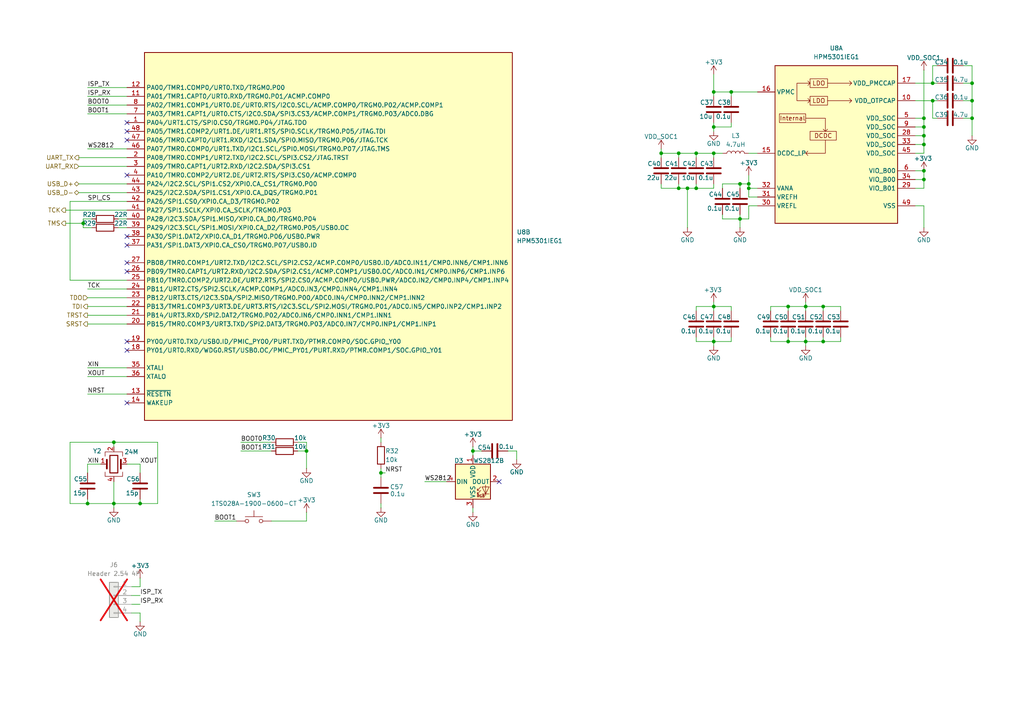
<source format=kicad_sch>
(kicad_sch (version 20231120) (generator "eeschema") (generator_version "8.0")
  (paper "A4")
  (lib_symbols
    (symbol "Connector_Generic:Conn_01x04" (pin_names (offset 1.016) hide)
      (property "Reference" "J" (at 0 5.08 0))
      (property "Value" "Conn_01x04" (at 0 -7.62 0))
      (symbol "Conn_01x04_1_1"
        (rectangle (start -1.27 -4.953) (end 0 -5.207) (stroke (width 0.1524)))
        (rectangle (start -1.27 -2.413) (end 0 -2.667) (stroke (width 0.1524)))
        (rectangle (start -1.27 0.127) (end 0 -0.127) (stroke (width 0.1524)))
        (rectangle (start -1.27 2.667) (end 0 2.413) (stroke (width 0.1524)))
        (rectangle (start -1.27 3.81) (end 1.27 -6.35) (stroke (width 0.254)) (fill (type background)))
        (pin passive line (at -5.08 2.54 0) (length 3.81) (name "Pin_1") (number "1"))
        (pin passive line (at -5.08 0 0) (length 3.81) (name "Pin_2") (number "2"))
        (pin passive line (at -5.08 -2.54 0) (length 3.81) (name "Pin_3") (number "3"))
        (pin passive line (at -5.08 -5.08 0) (length 3.81) (name "Pin_4") (number "4"))
      )
    )
    (symbol "Device:C" (pin_numbers hide) (pin_names (offset 0.254))
      (property "Reference" "C" (at 0.635 2.54 0))
      (property "Value" "C" (at 0.635 -2.54 0))
      (symbol "C_0_1"
        (polyline (pts (xy -2.032 -0.762) (xy 2.032 -0.762)) (stroke (width 0.508)))
        (polyline (pts (xy -2.032 0.762) (xy 2.032 0.762)) (stroke (width 0.508)))
      )
      (symbol "C_1_1"
        (pin passive line (at 0 3.81 270) (length 2.794) (name "~") (number "1"))
        (pin passive line (at 0 -3.81 90) (length 2.794) (name "~") (number "2"))
      )
    )
    (symbol "Device:Crystal_GND24" (pin_names (offset 1.016) hide)
      (property "Reference" "Y" (at 3.175 5.08 0))
      (property "Value" "Crystal_GND24" (at 3.175 3.175 0))
      (symbol "Crystal_GND24_0_1"
        (rectangle (start -1.143 2.54) (end 1.143 -2.54) (stroke (width 0.3048)))
        (polyline (pts (xy -2.54 0) (xy -2.032 0)))
        (polyline (pts (xy -2.032 -1.27) (xy -2.032 1.27)) (stroke (width 0.508)))
        (polyline (pts (xy 0 -3.81) (xy 0 -3.556)))
        (polyline (pts (xy 0 3.556) (xy 0 3.81)))
        (polyline (pts (xy 2.032 -1.27) (xy 2.032 1.27)) (stroke (width 0.508)))
        (polyline (pts (xy 2.032 0) (xy 2.54 0)))
        (polyline (pts (xy -2.54 -2.286) (xy -2.54 -3.556) (xy 2.54 -3.556) (xy 2.54 -2.286)))
        (polyline (pts (xy -2.54 2.286) (xy -2.54 3.556) (xy 2.54 3.556) (xy 2.54 2.286)))
      )
      (symbol "Crystal_GND24_1_1"
        (pin passive line (at -3.81 0 0) (length 1.27) (name "1") (number "1"))
        (pin passive line (at 0 5.08 270) (length 1.27) (name "2") (number "2"))
        (pin passive line (at 3.81 0 180) (length 1.27) (name "3") (number "3"))
        (pin passive line (at 0 -5.08 90) (length 1.27) (name "4") (number "4"))
      )
    )
    (symbol "Device:L" (pin_numbers hide) (pin_names (offset 1.016) hide)
      (property "Reference" "L" (at -1.27 0 90))
      (property "Value" "L" (at 1.905 0 90))
      (symbol "L_0_1"
        (arc (start 0 -2.54) (mid 0.6323 -1.905) (end 0 -1.27))
        (arc (start 0 -1.27) (mid 0.6323 -0.635) (end 0 0))
        (arc (start 0 0) (mid 0.6323 0.635) (end 0 1.27))
        (arc (start 0 1.27) (mid 0.6323 1.905) (end 0 2.54))
      )
      (symbol "L_1_1"
        (pin passive line (at 0 3.81 270) (length 1.27) (name "1") (number "1"))
        (pin passive line (at 0 -3.81 90) (length 1.27) (name "2") (number "2"))
      )
    )
    (symbol "Device:R" (pin_numbers hide) (pin_names (offset 0))
      (property "Reference" "R" (at 2.032 0 90))
      (property "Value" "R" (at 0 0 90))
      (symbol "R_0_1"
        (rectangle (start -1.016 -2.54) (end 1.016 2.54) (stroke (width 0.254)))
      )
      (symbol "R_1_1"
        (pin passive line (at 0 3.81 270) (length 1.27) (name "~") (number "1"))
        (pin passive line (at 0 -3.81 90) (length 1.27) (name "~") (number "2"))
      )
    )
    (symbol "HPM5300_Library:HPM5301IEG1"
      (property "Reference" "U" (at -39.624 54.356 0))
      (property "Value" "HPM5301IEG1" (at -25.654 54.356 0))
      (symbol "HPM5301IEG1_1_0"
        (pin power_in line (at 22.86 -17.78 180) (length 5.08) (name "VSS") (number "49"))
      )
      (symbol "HPM5301IEG1_1_1"
        (rectangle (start -17.78 22.86) (end 17.78 -22.86) (stroke (width 0.254)) (fill (type background)))
        (rectangle (start -16.51 8.89) (end -8.89 6.35))
        (rectangle (start -7.62 3.81) (end 0 1.27))
        (rectangle (start -7.62 13.97) (end -2.54 11.43))
        (rectangle (start -7.62 19.05) (end -2.54 16.51))
        (polyline (pts (xy -7.62 12.7) (xy -8.255 12.065)))
        (polyline (pts (xy -7.62 12.7) (xy -8.255 13.335)))
        (polyline (pts (xy -7.62 17.78) (xy -8.255 17.145)))
        (polyline (pts (xy -7.62 17.78) (xy -8.255 18.415)))
        (polyline (pts (xy -2.54 17.78) (xy 4.445 17.78)))
        (polyline (pts (xy 4.445 12.7) (xy -2.54 12.7)))
        (polyline (pts (xy 4.445 12.7) (xy 3.81 12.065)))
        (polyline (pts (xy 4.445 12.7) (xy 3.81 13.335)))
        (polyline (pts (xy 4.445 17.78) (xy 3.81 17.145)))
        (polyline (pts (xy 4.445 17.78) (xy 3.81 18.415)))
        (polyline (pts (xy -7.62 17.78) (xy -11.43 17.78) (xy -11.43 12.7) (xy -7.62 12.7)))
        (polyline (pts (xy -8.89 7.62) (xy -3.175 7.62) (xy -3.175 3.81) (xy -3.81 4.445) (xy -3.175 3.81) (xy -2.54 4.445)))
        (polyline (pts (xy -3.175 1.27) (xy -3.175 -2.54) (xy -8.89 -2.54) (xy -8.255 -1.905) (xy -8.89 -2.54) (xy -8.255 -3.175)))
        (text "DCDC" (at -3.81 2.54 0) (effects (font (size 1.27 1.27))))
        (text "Internal" (at -12.7 7.62 0) (effects (font (size 1.27 1.27))))
        (text "LDO" (at -5.08 12.7 0) (effects (font (size 1.27 1.27))))
        (text "LDO" (at -5.08 17.78 0) (effects (font (size 1.27 1.27))))
        (pin power_out line (at 22.86 12.7 180) (length 5.08) (name "VDD_OTPCAP") (number "10"))
        (pin power_in line (at -22.86 -2.54 0) (length 5.08) (name "DCDC_LP") (number "15"))
        (pin power_in line (at -22.86 15.24 0) (length 5.08) (name "VPMC") (number "16"))
        (pin power_out line (at 22.86 17.78 180) (length 5.08) (name "VDD_PMCCAP") (number "17"))
        (pin power_in line (at 22.86 2.54 180) (length 5.08) (name "VDD_SOC") (number "28"))
        (pin power_in line (at 22.86 -12.7 180) (length 5.08) (name "VIO_B01") (number "29"))
        (pin power_in line (at -22.86 -17.78 0) (length 5.08) (name "VREFL") (number "30"))
        (pin power_in line (at -22.86 -15.24 0) (length 5.08) (name "VREFH") (number "31"))
        (pin power_in line (at -22.86 -12.7 0) (length 5.08) (name "VANA") (number "32"))
        (pin power_in line (at 22.86 0 180) (length 5.08) (name "VDD_SOC") (number "33"))
        (pin power_in line (at 22.86 -10.16 180) (length 5.08) (name "VIO_B00") (number "34"))
        (pin power_in line (at 22.86 -2.54 180) (length 5.08) (name "VDD_SOC") (number "45"))
        (pin power_in line (at 22.86 7.62 180) (length 5.08) (name "VDD_SOC") (number "5"))
        (pin power_in line (at 22.86 -7.62 180) (length 5.08) (name "VIO_B00") (number "6"))
        (pin power_in line (at 22.86 5.08 180) (length 5.08) (name "VDD_SOC") (number "9"))
      )
      (symbol "HPM5301IEG1_2_1"
        (rectangle (start -53.34 53.34) (end 53.34 -53.34) (stroke (width 0.254)) (fill (type background)))
        (pin bidirectional line (at -58.42 33.02 0) (length 5.08) (name "PA04/URT1.CTS/SPI0.CS0/TRGM0.P04/JTAG.TDO") (number "1"))
        (pin bidirectional line (at -58.42 40.64 0) (length 5.08) (name "PA01/TMR1.CAPT0/URT0.RXD/TRGM0.P01/ACMP.COMP0") (number "11"))
        (pin bidirectional line (at -58.42 43.18 0) (length 5.08) (name "PA00/TMR1.COMP0/URT0.TXD/TRGM0.P00") (number "12"))
        (pin input line (at -58.42 -45.72 0) (length 5.08) (name "~{RESETN}") (number "13"))
        (pin input line (at -58.42 -48.26 0) (length 5.08) (name "WAKEUP") (number "14"))
        (pin bidirectional line (at -58.42 -33.02 0) (length 5.08) (name "PY01/URT0.RXD/WDG0.RST/USB0.OC/PMIC_PY01/PURT.RXD/PTMR.COMP1/SOC.GPIO_Y01") (number "18"))
        (pin bidirectional line (at -58.42 -30.48 0) (length 5.08) (name "PY00/URT0.TXD/USB0.ID/PMIC_PY00/PURT.TXD/PTMR.COMP0/SOC.GPIO_Y00") (number "19"))
        (pin bidirectional line (at -58.42 22.86 0) (length 5.08) (name "PA08/TMR0.COMP1/URT2.TXD/I2C2.SCL/SPI3.CS2/JTAG.TRST") (number "2"))
        (pin bidirectional line (at -58.42 -25.4 0) (length 5.08) (name "PB15/TMR0.COMP3/URT3.TXD/SPI2.DAT3/TRGM0.P03/ADC0.IN7/CMP0.INP1/CMP1.INP1") (number "20"))
        (pin bidirectional line (at -58.42 -22.86 0) (length 5.08) (name "PB14/URT3.RXD/SPI2.DAT2/TRGM0.P02/ADC0.IN6/CMP0.INN1/CMP1.INN1") (number "21"))
        (pin bidirectional line (at -58.42 -20.32 0) (length 5.08) (name "PB13/TMR1.COMP3/URT3.DE/URT3.RTS/I2C3.SCL/SPI2.MOSI/TRGM0.P01/ADC0.IN5/CMP0.INP2/CMP1.INP2") (number "22"))
        (pin bidirectional line (at -58.42 -17.78 0) (length 5.08) (name "PB12/URT3.CTS/I2C3.SDA/SPI2.MISO/TRGM0.P00/ADC0.IN4/CMP0.INN2/CMP1.INN2") (number "23"))
        (pin bidirectional line (at -58.42 -15.24 0) (length 5.08) (name "PB11/URT2.CTS/SPI2.SCLK/ACMP.COMP1/ADC0.IN3/CMP0.INN4/CMP1.INN4") (number "24"))
        (pin bidirectional line (at -58.42 -12.7 0) (length 5.08) (name "PB10/TMR0.COMP2/URT2.DE/URT2.RTS/SPI2.CS0/ACMP.COMP0/USB0.PWR/ADC0.IN2/CMP0.INP4/CMP1.INP4") (number "25"))
        (pin bidirectional line (at -58.42 -10.16 0) (length 5.08) (name "PB09/TMR0.CAPT1/URT2.RXD/I2C2.SDA/SPI2.CS1/ACMP.COMP1/USB0.OC/ADC0.IN1/CMP0.INP6/CMP1.INP6") (number "26"))
        (pin bidirectional line (at -58.42 -7.62 0) (length 5.08) (name "PB08/TMR0.COMP1/URT2.TXD/I2C2.SCL/SPI2.CS2/ACMP.COMP0/USB0.ID/ADC0.IN11/CMP0.INN6/CMP1.INN6") (number "27"))
        (pin bidirectional line (at -58.42 20.32 0) (length 5.08) (name "PA09/TMR0.CAPT1/URT2.RXD/I2C2.SDA/SPI3.CS1") (number "3"))
        (pin input line (at -58.42 -38.1 0) (length 5.08) (name "XTALI") (number "35"))
        (pin output line (at -58.42 -40.64 0) (length 5.08) (name "XTALO") (number "36"))
        (pin bidirectional line (at -58.42 -2.54 0) (length 5.08) (name "PA31/SPI1.DAT3/XPI0.CA_CS0/TRGM0.P07/USB0.ID") (number "37"))
        (pin bidirectional line (at -58.42 0 0) (length 5.08) (name "PA30/SPI1.DAT2/XPI0.CA_D1/TRGM0.P06/USB0.PWR") (number "38"))
        (pin bidirectional line (at -58.42 2.54 0) (length 5.08) (name "PA29/I2C3.SCL/SPI1.MOSI/XPI0.CA_D2/TRGM0.P05/USB0.OC") (number "39"))
        (pin bidirectional line (at -58.42 17.78 0) (length 5.08) (name "PA10/TMR0.COMP2/URT2.DE/URT2.RTS/SPI3.CS0/ACMP.COMP0") (number "4"))
        (pin bidirectional line (at -58.42 5.08 0) (length 5.08) (name "PA28/I2C3.SDA/SPI1.MISO/XPI0.CA_D0/TRGM0.P04") (number "40"))
        (pin bidirectional line (at -58.42 7.62 0) (length 5.08) (name "PA27/SPI1.SCLK/XPI0.CA_SCLK/TRGM0.P03") (number "41"))
        (pin bidirectional line (at -58.42 10.16 0) (length 5.08) (name "PA26/SPI1.CS0/XPI0.CA_D3/TRGM0.P02") (number "42"))
        (pin bidirectional line (at -58.42 12.7 0) (length 5.08) (name "PA25/I2C2.SDA/SPI1.CS1/XPI0.CA_DQS/TRGM0.P01") (number "43"))
        (pin bidirectional line (at -58.42 15.24 0) (length 5.08) (name "PA24/I2C2.SCL/SPI1.CS2/XPI0.CA_CS1/TRGM0.P00") (number "44"))
        (pin bidirectional line (at -58.42 25.4 0) (length 5.08) (name "PA07/TMR0.COMP0/URT1.TXD/I2C1.SCL/SPI0.MOSI/TRGM0.P07/JTAG.TMS") (number "46"))
        (pin bidirectional line (at -58.42 27.94 0) (length 5.08) (name "PA06/TMR0.CAPT0/URT1.RXD/I2C1.SDA/SPI0.MISO/TRGM0.P06/JTAG.TCK") (number "47"))
        (pin bidirectional line (at -58.42 30.48 0) (length 5.08) (name "PA05/TMR1.COMP2/URT1.DE/URT1.RTS/SPI0.SCLK/TRGM0.P05/JTAG.TDI") (number "48"))
        (pin bidirectional line (at -58.42 35.56 0) (length 5.08) (name "PA03/TMR1.CAPT1/URT0.CTS/I2C0.SDA/SPI3.CS3/ACMP.COMP1/TRGM0.P03/ADC0.DBG") (number "7"))
        (pin bidirectional line (at -58.42 38.1 0) (length 5.08) (name "PA02/TMR1.COMP1/URT0.DE/URT0.RTS/I2C0.SCL/ACMP.COMP0/TRGM0.P02/ACMP.COMP1") (number "8"))
      )
    )
    (symbol "LED:WS2812B" (pin_names (offset 0.254))
      (property "Reference" "D" (at 5.08 5.715 0))
      (property "Value" "WS2812B" (at 1.27 -5.715 0))
      (symbol "WS2812B_0_0"
        (text "RGB" (at 2.286 -4.191 0) (effects (font (size 0.762 0.762))))
      )
      (symbol "WS2812B_0_1"
        (polyline (pts (xy 1.27 -3.556) (xy 1.778 -3.556)))
        (polyline (pts (xy 1.27 -2.54) (xy 1.778 -2.54)))
        (polyline (pts (xy 4.699 -3.556) (xy 2.667 -3.556)))
        (polyline (pts (xy 2.286 -2.54) (xy 1.27 -3.556) (xy 1.27 -3.048)))
        (polyline (pts (xy 2.286 -1.524) (xy 1.27 -2.54) (xy 1.27 -2.032)))
        (polyline (pts (xy 3.683 -1.016) (xy 3.683 -3.556) (xy 3.683 -4.064)))
        (polyline (pts (xy 4.699 -1.524) (xy 2.667 -1.524) (xy 3.683 -3.556) (xy 4.699 -1.524)))
        (rectangle (start 5.08 5.08) (end -5.08 -5.08) (stroke (width 0.254)) (fill (type background)))
      )
      (symbol "WS2812B_1_1"
        (pin power_in line (at 0 7.62 270) (length 2.54) (name "VDD") (number "1"))
        (pin output line (at 7.62 0 180) (length 2.54) (name "DOUT") (number "2"))
        (pin power_in line (at 0 -7.62 90) (length 2.54) (name "VSS") (number "3"))
        (pin input line (at -7.62 0 0) (length 2.54) (name "DIN") (number "4"))
      )
    )
    (symbol "Switch:SW_Push" (pin_numbers hide) (pin_names (offset 1.016) hide)
      (property "Reference" "SW" (at 1.27 2.54 0))
      (property "Value" "SW_Push" (at 0 -1.524 0))
      (symbol "SW_Push_0_1"
        (circle (center -2.032 0) (radius 0.508))
        (polyline (pts (xy 0 1.27) (xy 0 3.048)))
        (polyline (pts (xy 2.54 1.27) (xy -2.54 1.27)))
        (circle (center 2.032 0) (radius 0.508))
        (pin passive line (at -5.08 0 0) (length 2.54) (name "1") (number "1"))
        (pin passive line (at 5.08 0 180) (length 2.54) (name "2") (number "2"))
      )
    )
    (symbol "power:+3V3" (power) (pin_numbers hide) (pin_names (offset 0) hide)
      (property "Value" "+3V3" (at 0 3.556 0))
      (symbol "+3V3_0_1"
        (polyline (pts (xy -0.762 1.27) (xy 0 2.54)))
        (polyline (pts (xy 0 0) (xy 0 2.54)))
        (polyline (pts (xy 0 2.54) (xy 0.762 1.27)))
      )
      (symbol "+3V3_1_1"
        (pin power_in line (at 0 0 90) (length 0) (name "~") (number "1"))
      )
    )
    (symbol "power:GND" (power) (pin_numbers hide) (pin_names (offset 0) hide)
      (property "Value" "GND" (at 0 -3.81 0))
      (symbol "GND_0_1"
        (polyline (pts (xy 0 0) (xy 0 -1.27) (xy 1.27 -1.27) (xy 0 -2.54) (xy -1.27 -1.27) (xy 0 -1.27)))
      )
      (symbol "GND_1_1"
        (pin power_in line (at 0 0 270) (length 0) (name "~") (number "1"))
      )
    )
    (symbol "power:VDD" (power) (pin_numbers hide) (pin_names (offset 0) hide)
      (property "Value" "VDD" (at 0 3.556 0))
      (symbol "VDD_0_1"
        (polyline (pts (xy -0.762 1.27) (xy 0 2.54)))
        (polyline (pts (xy 0 0) (xy 0 2.54)))
        (polyline (pts (xy 0 2.54) (xy 0.762 1.27)))
      )
      (symbol "VDD_1_1"
        (pin power_in line (at 0 0 90) (length 0) (name "~") (number "1"))
      )
    )
  )
  (junction (at 228.6 99.06))
  (junction (at 267.97 49.53))
  (junction (at 191.77 44.45))
  (junction (at 207.01 44.45))
  (junction (at 270.51 29.21))
  (junction (at 196.85 54.61))
  (junction (at 267.97 36.83))
  (junction (at 137.16 130.81))
  (junction (at 212.09 26.67))
  (junction (at 214.63 53.34))
  (junction (at 207.01 88.9))
  (junction (at 196.85 44.45))
  (junction (at 25.4 146.05))
  (junction (at 201.93 44.45))
  (junction (at 201.93 54.61))
  (junction (at 88.9 130.81))
  (junction (at 267.97 34.29))
  (junction (at 233.68 99.06))
  (junction (at 267.97 39.37))
  (junction (at 207.01 99.06))
  (junction (at 238.76 88.9))
  (junction (at 217.17 54.61))
  (junction (at 281.94 34.29))
  (junction (at 281.94 24.13))
  (junction (at 270.51 24.13))
  (junction (at 228.6 88.9))
  (junction (at 33.02 128.27))
  (junction (at 24.13 64.77))
  (junction (at 207.01 26.67))
  (junction (at 110.49 137.16))
  (junction (at 267.97 41.91))
  (junction (at 217.17 53.34))
  (junction (at 238.76 99.06))
  (junction (at 207.01 36.83))
  (junction (at 267.97 52.07))
  (junction (at 33.02 146.05))
  (junction (at 40.64 146.05))
  (junction (at 233.68 88.9))
  (junction (at 281.94 29.21))
  (junction (at 199.39 54.61))
  (junction (at 214.63 63.5))
  (no_connect (at 36.83 35.56))
  (no_connect (at 36.83 99.06))
  (no_connect (at 36.83 68.58))
  (no_connect (at 36.83 116.84))
  (no_connect (at 36.83 71.12))
  (no_connect (at 36.83 101.6))
  (no_connect (at 36.83 50.8))
  (no_connect (at 36.83 38.1))
  (no_connect (at 36.83 40.64))
  (no_connect (at 36.83 76.2))
  (no_connect (at 144.78 139.7))
  (no_connect (at 36.83 78.74))
  (wire (pts (xy 223.52 90.17) (xy 223.52 88.9)))
  (wire (pts (xy 279.4 34.29) (xy 281.94 34.29)))
  (wire (pts (xy 212.09 26.67) (xy 212.09 27.94)))
  (wire (pts (xy 24.13 66.04) (xy 24.13 64.77)))
  (wire (pts (xy 20.32 81.28) (xy 36.83 81.28)))
  (wire (pts (xy 36.83 134.62) (xy 40.64 134.62)))
  (wire (pts (xy 217.17 59.69) (xy 217.17 63.5)))
  (wire (pts (xy 38.1 172.72) (xy 40.64 172.72)))
  (wire (pts (xy 201.93 99.06) (xy 207.01 99.06)))
  (wire (pts (xy 25.4 88.9) (xy 36.83 88.9)))
  (wire (pts (xy 25.4 91.44) (xy 36.83 91.44)))
  (wire (pts (xy 267.97 49.53) (xy 267.97 52.07)))
  (wire (pts (xy 243.84 99.06) (xy 243.84 97.79)))
  (wire (pts (xy 209.55 62.23) (xy 209.55 63.5)))
  (wire (pts (xy 270.51 24.13) (xy 271.78 24.13)))
  (wire (pts (xy 267.97 52.07) (xy 267.97 54.61)))
  (wire (pts (xy 267.97 39.37) (xy 267.97 41.91)))
  (wire (pts (xy 212.09 88.9) (xy 212.09 90.17)))
  (wire (pts (xy 33.02 139.7) (xy 33.02 146.05)))
  (wire (pts (xy 34.29 66.04) (xy 36.83 66.04)))
  (wire (pts (xy 207.01 44.45) (xy 209.55 44.45)))
  (wire (pts (xy 219.71 59.69) (xy 217.17 59.69)))
  (wire (pts (xy 207.01 21.59) (xy 207.01 26.67)))
  (wire (pts (xy 45.72 128.27) (xy 45.72 146.05)))
  (wire (pts (xy 40.64 146.05) (xy 40.64 144.78)))
  (wire (pts (xy 265.43 41.91) (xy 267.97 41.91)))
  (wire (pts (xy 201.93 44.45) (xy 201.93 45.72)))
  (wire (pts (xy 137.16 130.81) (xy 139.7 130.81)))
  (wire (pts (xy 26.67 66.04) (xy 24.13 66.04)))
  (wire (pts (xy 25.4 146.05) (xy 25.4 144.78)))
  (wire (pts (xy 212.09 99.06) (xy 212.09 97.79)))
  (wire (pts (xy 62.23 151.13) (xy 68.58 151.13)))
  (wire (pts (xy 214.63 63.5) (xy 214.63 66.04)))
  (wire (pts (xy 265.43 52.07) (xy 267.97 52.07)))
  (wire (pts (xy 25.4 146.05) (xy 33.02 146.05)))
  (wire (pts (xy 110.49 137.16) (xy 110.49 138.43)))
  (wire (pts (xy 24.13 63.5) (xy 26.67 63.5)))
  (wire (pts (xy 40.64 167.64) (xy 40.64 170.18)))
  (wire (pts (xy 207.01 54.61) (xy 201.93 54.61)))
  (wire (pts (xy 228.6 88.9) (xy 233.68 88.9)))
  (wire (pts (xy 33.02 129.54) (xy 33.02 128.27)))
  (wire (pts (xy 233.68 88.9) (xy 238.76 88.9)))
  (wire (pts (xy 38.1 175.26) (xy 40.64 175.26)))
  (wire (pts (xy 20.32 58.42) (xy 20.32 81.28)))
  (wire (pts (xy 40.64 134.62) (xy 40.64 137.16)))
  (wire (pts (xy 281.94 29.21) (xy 281.94 34.29)))
  (wire (pts (xy 207.01 26.67) (xy 207.01 27.94)))
  (wire (pts (xy 20.32 58.42) (xy 36.83 58.42)))
  (wire (pts (xy 201.93 90.17) (xy 201.93 88.9)))
  (wire (pts (xy 207.01 88.9) (xy 207.01 90.17)))
  (wire (pts (xy 270.51 29.21) (xy 270.51 34.29)))
  (wire (pts (xy 137.16 147.32) (xy 137.16 148.59)))
  (wire (pts (xy 20.32 146.05) (xy 25.4 146.05)))
  (wire (pts (xy 279.4 24.13) (xy 281.94 24.13)))
  (wire (pts (xy 110.49 146.05) (xy 110.49 147.32)))
  (wire (pts (xy 25.4 30.48) (xy 36.83 30.48)))
  (wire (pts (xy 217.17 54.61) (xy 217.17 57.15)))
  (wire (pts (xy 147.32 130.81) (xy 149.86 130.81)))
  (wire (pts (xy 25.4 134.62) (xy 25.4 137.16)))
  (wire (pts (xy 25.4 109.22) (xy 36.83 109.22)))
  (wire (pts (xy 25.4 27.94) (xy 36.83 27.94)))
  (wire (pts (xy 201.93 97.79) (xy 201.93 99.06)))
  (wire (pts (xy 267.97 20.32) (xy 267.97 34.29)))
  (wire (pts (xy 22.86 48.26) (xy 36.83 48.26)))
  (wire (pts (xy 33.02 128.27) (xy 20.32 128.27)))
  (wire (pts (xy 25.4 86.36) (xy 36.83 86.36)))
  (wire (pts (xy 201.93 44.45) (xy 207.01 44.45)))
  (wire (pts (xy 199.39 66.04) (xy 199.39 54.61)))
  (wire (pts (xy 217.17 53.34) (xy 217.17 54.61)))
  (wire (pts (xy 207.01 36.83) (xy 212.09 36.83)))
  (wire (pts (xy 265.43 24.13) (xy 270.51 24.13)))
  (wire (pts (xy 233.68 97.79) (xy 233.68 99.06)))
  (wire (pts (xy 223.52 99.06) (xy 228.6 99.06)))
  (wire (pts (xy 38.1 177.8) (xy 40.64 177.8)))
  (wire (pts (xy 243.84 88.9) (xy 243.84 90.17)))
  (wire (pts (xy 123.19 139.7) (xy 129.54 139.7)))
  (wire (pts (xy 223.52 97.79) (xy 223.52 99.06)))
  (wire (pts (xy 265.43 54.61) (xy 267.97 54.61)))
  (wire (pts (xy 214.63 53.34) (xy 214.63 54.61)))
  (wire (pts (xy 110.49 135.89) (xy 110.49 137.16)))
  (wire (pts (xy 217.17 50.8) (xy 217.17 53.34)))
  (wire (pts (xy 25.4 134.62) (xy 29.21 134.62)))
  (wire (pts (xy 207.01 97.79) (xy 207.01 99.06)))
  (wire (pts (xy 33.02 128.27) (xy 45.72 128.27)))
  (wire (pts (xy 24.13 64.77) (xy 24.13 63.5)))
  (wire (pts (xy 233.68 87.63) (xy 233.68 88.9)))
  (wire (pts (xy 233.68 99.06) (xy 233.68 100.33)))
  (wire (pts (xy 214.63 63.5) (xy 217.17 63.5)))
  (wire (pts (xy 219.71 26.67) (xy 212.09 26.67)))
  (wire (pts (xy 214.63 62.23) (xy 214.63 63.5)))
  (wire (pts (xy 270.51 29.21) (xy 271.78 29.21)))
  (wire (pts (xy 209.55 63.5) (xy 214.63 63.5)))
  (wire (pts (xy 196.85 44.45) (xy 196.85 45.72)))
  (wire (pts (xy 238.76 88.9) (xy 238.76 90.17)))
  (wire (pts (xy 267.97 41.91) (xy 267.97 44.45)))
  (wire (pts (xy 233.68 88.9) (xy 233.68 90.17)))
  (wire (pts (xy 207.01 88.9) (xy 212.09 88.9)))
  (wire (pts (xy 25.4 33.02) (xy 36.83 33.02)))
  (wire (pts (xy 265.43 34.29) (xy 267.97 34.29)))
  (wire (pts (xy 19.05 60.96) (xy 36.83 60.96)))
  (wire (pts (xy 281.94 34.29) (xy 281.94 39.37)))
  (wire (pts (xy 25.4 106.68) (xy 36.83 106.68)))
  (wire (pts (xy 196.85 53.34) (xy 196.85 54.61)))
  (wire (pts (xy 238.76 88.9) (xy 243.84 88.9)))
  (wire (pts (xy 267.97 36.83) (xy 267.97 39.37)))
  (wire (pts (xy 45.72 146.05) (xy 40.64 146.05)))
  (wire (pts (xy 34.29 63.5) (xy 36.83 63.5)))
  (wire (pts (xy 223.52 88.9) (xy 228.6 88.9)))
  (wire (pts (xy 25.4 93.98) (xy 36.83 93.98)))
  (wire (pts (xy 214.63 53.34) (xy 217.17 53.34)))
  (wire (pts (xy 281.94 19.05) (xy 281.94 24.13)))
  (wire (pts (xy 207.01 44.45) (xy 207.01 45.72)))
  (wire (pts (xy 238.76 97.79) (xy 238.76 99.06)))
  (wire (pts (xy 209.55 54.61) (xy 209.55 53.34)))
  (wire (pts (xy 265.43 29.21) (xy 270.51 29.21)))
  (wire (pts (xy 196.85 54.61) (xy 191.77 54.61)))
  (wire (pts (xy 191.77 45.72) (xy 191.77 44.45)))
  (wire (pts (xy 207.01 26.67) (xy 212.09 26.67)))
  (wire (pts (xy 149.86 130.81) (xy 149.86 133.35)))
  (wire (pts (xy 25.4 114.3) (xy 36.83 114.3)))
  (wire (pts (xy 207.01 53.34) (xy 207.01 54.61)))
  (wire (pts (xy 265.43 36.83) (xy 267.97 36.83)))
  (wire (pts (xy 69.85 130.81) (xy 78.74 130.81)))
  (wire (pts (xy 267.97 34.29) (xy 267.97 36.83)))
  (wire (pts (xy 228.6 99.06) (xy 233.68 99.06)))
  (wire (pts (xy 270.51 19.05) (xy 270.51 24.13)))
  (wire (pts (xy 191.77 54.61) (xy 191.77 53.34)))
  (wire (pts (xy 22.86 55.88) (xy 36.83 55.88)))
  (wire (pts (xy 265.43 59.69) (xy 267.97 59.69)))
  (wire (pts (xy 110.49 127) (xy 110.49 128.27)))
  (wire (pts (xy 25.4 25.4) (xy 36.83 25.4)))
  (wire (pts (xy 207.01 99.06) (xy 212.09 99.06)))
  (wire (pts (xy 228.6 88.9) (xy 228.6 90.17)))
  (wire (pts (xy 25.4 83.82) (xy 36.83 83.82)))
  (wire (pts (xy 33.02 146.05) (xy 33.02 147.32)))
  (wire (pts (xy 25.4 43.18) (xy 36.83 43.18)))
  (wire (pts (xy 217.17 44.45) (xy 219.71 44.45)))
  (wire (pts (xy 88.9 151.13) (xy 78.74 151.13)))
  (wire (pts (xy 265.43 44.45) (xy 267.97 44.45)))
  (wire (pts (xy 19.05 64.77) (xy 24.13 64.77)))
  (wire (pts (xy 281.94 24.13) (xy 281.94 29.21)))
  (wire (pts (xy 191.77 44.45) (xy 196.85 44.45)))
  (wire (pts (xy 233.68 99.06) (xy 238.76 99.06)))
  (wire (pts (xy 88.9 148.59) (xy 88.9 151.13)))
  (wire (pts (xy 217.17 54.61) (xy 219.71 54.61)))
  (wire (pts (xy 38.1 170.18) (xy 40.64 170.18)))
  (wire (pts (xy 40.64 177.8) (xy 40.64 180.34)))
  (wire (pts (xy 33.02 146.05) (xy 40.64 146.05)))
  (wire (pts (xy 219.71 57.15) (xy 217.17 57.15)))
  (wire (pts (xy 228.6 97.79) (xy 228.6 99.06)))
  (wire (pts (xy 201.93 88.9) (xy 207.01 88.9)))
  (wire (pts (xy 207.01 36.83) (xy 207.01 38.1)))
  (wire (pts (xy 209.55 53.34) (xy 214.63 53.34)))
  (wire (pts (xy 69.85 128.27) (xy 78.74 128.27)))
  (wire (pts (xy 207.01 99.06) (xy 207.01 100.33)))
  (wire (pts (xy 110.49 137.16) (xy 111.76 137.16)))
  (wire (pts (xy 86.36 128.27) (xy 88.9 128.27)))
  (wire (pts (xy 212.09 36.83) (xy 212.09 35.56)))
  (wire (pts (xy 196.85 44.45) (xy 201.93 44.45)))
  (wire (pts (xy 137.16 129.54) (xy 137.16 130.81)))
  (wire (pts (xy 137.16 130.81) (xy 137.16 132.08)))
  (wire (pts (xy 22.86 45.72) (xy 36.83 45.72)))
  (wire (pts (xy 86.36 130.81) (xy 88.9 130.81)))
  (wire (pts (xy 238.76 99.06) (xy 243.84 99.06)))
  (wire (pts (xy 271.78 19.05) (xy 270.51 19.05)))
  (wire (pts (xy 267.97 59.69) (xy 267.97 66.04)))
  (wire (pts (xy 20.32 128.27) (xy 20.32 146.05)))
  (wire (pts (xy 191.77 43.18) (xy 191.77 44.45)))
  (wire (pts (xy 207.01 87.63) (xy 207.01 88.9)))
  (wire (pts (xy 22.86 53.34) (xy 36.83 53.34)))
  (wire (pts (xy 207.01 35.56) (xy 207.01 36.83)))
  (wire (pts (xy 265.43 49.53) (xy 267.97 49.53)))
  (wire (pts (xy 201.93 54.61) (xy 199.39 54.61)))
  (wire (pts (xy 279.4 29.21) (xy 281.94 29.21)))
  (wire (pts (xy 271.78 34.29) (xy 270.51 34.29)))
  (wire (pts (xy 279.4 19.05) (xy 281.94 19.05)))
  (wire (pts (xy 201.93 53.34) (xy 201.93 54.61)))
  (wire (pts (xy 199.39 54.61) (xy 196.85 54.61)))
  (wire (pts (xy 88.9 128.27) (xy 88.9 130.81)))
  (wire (pts (xy 88.9 130.81) (xy 88.9 135.89)))
  (wire (pts (xy 265.43 39.37) (xy 267.97 39.37)))
  (label "BOOT0" (at 69.85 128.27 0))
  (label "BOOT1" (at 62.23 151.13 0))
  (label "WS2812" (at 123.19 139.7 0))
  (label "BOOT1" (at 69.85 130.81 0))
  (label "NRST" (at 111.76 137.16 0))
  (label "SPI_CS" (at 25.4 58.42 0))
  (label "XOUT" (at 40.64 134.62 0))
  (label "BOOT0" (at 25.4 30.48 0))
  (label "ISP_RX" (at 40.64 175.26 0))
  (label "XIN" (at 25.4 106.68 0))
  (label "ISP_RX" (at 25.4 27.94 0))
  (label "XOUT" (at 25.4 109.22 0))
  (label "TCK" (at 25.4 83.82 0))
  (label "BOOT1" (at 25.4 33.02 0))
  (label "WS2812" (at 25.4 43.18 0))
  (label "XIN" (at 25.4 134.62 0))
  (label "ISP_TX" (at 25.4 25.4 0))
  (label "ISP_TX" (at 40.64 172.72 0))
  (label "NRST" (at 25.4 114.3 0))
  (hierarchical_label "SRST" (shape output) (at 25.4 93.98 180))
  (hierarchical_label "TDO" (shape input) (at 25.4 86.36 180))
  (hierarchical_label "USB_D+" (shape bidirectional) (at 22.86 53.34 180))
  (hierarchical_label "TMS" (shape output) (at 19.05 64.77 180))
  (hierarchical_label "UART_RX" (shape input) (at 22.86 48.26 180))
  (hierarchical_label "TRST" (shape output) (at 25.4 91.44 180))
  (hierarchical_label "TCK" (shape output) (at 19.05 60.96 180))
  (hierarchical_label "USB_D-" (shape bidirectional) (at 22.86 55.88 180))
  (hierarchical_label "UART_TX" (shape output) (at 22.86 45.72 180))
  (hierarchical_label "TDI" (shape output) (at 25.4 88.9 180))
  (symbol (lib_id "LED:WS2812B") (at 137.16 139.7 0) (unit 1)
    (property "Reference" "D3" (at 133.096 133.604 0))
    (property "Value" "WS2812B" (at 141.732 133.604 0))
    (property "Footprint" "MyLED:LED_WS2812_0807" (effects (hide yes)))
    (property "Datasheet" "https://cdn-shop.adafruit.com/datasheets/WS2812B.pdf" (effects (hide yes)))
    (property "Description" "RGB LED with integrated controller" (effects (hide yes)))
  )
  (symbol (lib_id "power:GND") (at 137.16 148.59 0) (unit 1)
    (property "Reference" "#PWR082" (effects (hide yes)))
    (property "Value" "GND" (at 137.16 152.146 0))
    (property "Description" "Power symbol creates a global label with name \"GND\" , ground" (effects (hide yes)))
  )
  (symbol (lib_id "HPM5300_Library:HPM5301IEG1") (at 242.57 41.91 0) (unit 1)
    (property "Reference" "U8" (at 242.57 13.97 0))
    (property "Value" "HPM5301IEG1" (at 242.57 16.51 0))
    (property "Footprint" "Package_DFN_QFN:QFN-48-1EP_6x6mm_P0.4mm_EP4.2x4.2mm" (effects (hide yes)))
    (property "Datasheet" "http://www.hpmicro.com/down.aspx?DId=b9f427fc-7856-4897-8a2b-247d1845c1b1&LId=091cdc4f-0cbe-4040-87bc-79f1448ed356&SkipL=T" (effects (hide yes)))
    (property "Description" "Hpmicro High Performance Motion Control MCU, QFN48" (effects (hide yes)))
  )
  (symbol (lib_id "Device:C") (at 228.6 93.98 0) (unit 1)
    (property "Reference" "C50" (at 226.568 91.948 0))
    (property "Value" "0.1u" (at 226.314 96.012 0))
    (property "Footprint" "Capacitor_SMD:C_0402_1005Metric" (effects (hide yes)))
    (property "Description" "Unpolarized capacitor" (effects (hide yes)))
  )
  (symbol (lib_id "Device:R") (at 110.49 132.08 0) (unit 1)
    (property "Reference" "R32" (at 111.76 130.81 0) (effects (justify left)))
    (property "Value" "10k" (at 111.76 133.35 0) (effects (justify left)))
    (property "Footprint" "Resistor_SMD:R_0402_1005Metric" (effects (hide yes)))
    (property "Description" "Resistor" (effects (hide yes)))
  )
  (symbol (lib_id "Device:R") (at 30.48 66.04 90) (unit 1)
    (property "Reference" "R29" (at 25.908 64.77 90))
    (property "Value" "22R" (at 35.052 64.77 90))
    (property "Footprint" "Resistor_SMD:R_0402_1005Metric" (effects (hide yes)))
    (property "Description" "Resistor" (effects (hide yes)))
  )
  (symbol (lib_id "power:GND") (at 110.49 147.32 0) (unit 1)
    (property "Reference" "#PWR080" (effects (hide yes)))
    (property "Value" "GND" (at 110.49 150.876 0))
    (property "Description" "Power symbol creates a global label with name \"GND\" , ground" (effects (hide yes)))
  )
  (symbol (lib_id "power:GND") (at 281.94 39.37 0) (unit 1)
    (property "Reference" "#PWR064" (effects (hide yes)))
    (property "Value" "GND" (at 281.94 42.926 0))
    (property "Description" "Power symbol creates a global label with name \"GND\" , ground" (effects (hide yes)))
  )
  (symbol (lib_id "power:GND") (at 214.63 66.04 0) (unit 1)
    (property "Reference" "#PWR069" (effects (hide yes)))
    (property "Value" "GND" (at 214.63 69.596 0))
    (property "Description" "Power symbol creates a global label with name \"GND\" , ground" (effects (hide yes)))
  )
  (symbol (lib_id "HPM5300_Library:HPM5301IEG1") (at 95.25 68.58 0) (unit 2)
    (property "Reference" "U8" (at 149.86 67.3099 0) (effects (justify left)))
    (property "Value" "HPM5301IEG1" (at 149.86 69.8499 0) (effects (justify left)))
    (property "Footprint" "Package_DFN_QFN:QFN-48-1EP_6x6mm_P0.4mm_EP4.2x4.2mm" (effects (hide yes)))
    (property "Datasheet" "http://www.hpmicro.com/down.aspx?DId=b9f427fc-7856-4897-8a2b-247d1845c1b1&LId=091cdc4f-0cbe-4040-87bc-79f1448ed356&SkipL=T" (effects (hide yes)))
    (property "Description" "Hpmicro High Performance Motion Control MCU, QFN48" (effects (hide yes)))
  )
  (symbol (lib_id "power:+3V3") (at 137.16 129.54 0) (unit 1)
    (property "Reference" "#PWR076" (effects (hide yes)))
    (property "Value" "+3V3" (at 137.16 125.984 0))
    (property "Description" "Power symbol creates a global label with name \"+3V3\"" (effects (hide yes)))
  )
  (symbol (lib_id "Device:C") (at 110.49 142.24 0) (unit 1)
    (property "Reference" "C57" (at 115.062 141.224 0))
    (property "Value" "0.1u" (at 115.316 143.256 0))
    (property "Footprint" "Capacitor_SMD:C_0402_1005Metric" (effects (hide yes)))
    (property "Description" "Unpolarized capacitor" (effects (hide yes)))
  )
  (symbol (lib_id "Device:C") (at 143.51 130.81 90) (unit 1)
    (property "Reference" "C54" (at 140.462 129.794 90))
    (property "Value" "0.1u" (at 146.812 129.54 90))
    (property "Footprint" "Capacitor_SMD:C_0402_1005Metric" (effects (hide yes)))
    (property "Description" "Unpolarized capacitor" (effects (hide yes)))
  )
  (symbol (lib_id "Device:C") (at 223.52 93.98 0) (unit 1)
    (property "Reference" "C49" (at 221.488 91.948 0))
    (property "Value" "0.1u" (at 221.234 96.012 0))
    (property "Footprint" "Capacitor_SMD:C_0402_1005Metric" (effects (hide yes)))
    (property "Description" "Unpolarized capacitor" (effects (hide yes)))
  )
  (symbol (lib_id "power:VDD") (at 191.77 43.18 0) (unit 1)
    (property "Reference" "#PWR065" (effects (hide yes)))
    (property "Value" "VDD_SOC1" (at 191.77 39.624 0))
    (property "Description" "Power symbol creates a global label with name \"VDD_SOC\"" (effects (hide yes)))
  )
  (symbol (lib_id "Device:C") (at 212.09 93.98 0) (unit 1)
    (property "Reference" "C48" (at 210.058 91.948 0))
    (property "Value" "0.1u" (at 209.804 96.012 0))
    (property "Footprint" "Capacitor_SMD:C_0402_1005Metric" (effects (hide yes)))
    (property "Description" "Unpolarized capacitor" (effects (hide yes)))
  )
  (symbol (lib_id "power:VDD") (at 233.68 87.63 0) (unit 1)
    (property "Reference" "#PWR072" (effects (hide yes)))
    (property "Value" "VDD_SOC1" (at 233.68 84.074 0))
    (property "Description" "Power symbol creates a global label with name \"VDD_SOC\"" (effects (hide yes)))
  )
  (symbol (lib_id "Device:C") (at 207.01 93.98 0) (unit 1)
    (property "Reference" "C47" (at 204.978 91.948 0))
    (property "Value" "0.1u" (at 204.724 96.012 0))
    (property "Footprint" "Capacitor_SMD:C_0402_1005Metric" (effects (hide yes)))
    (property "Description" "Unpolarized capacitor" (effects (hide yes)))
  )
  (symbol (lib_id "Device:C") (at 238.76 93.98 0) (unit 1)
    (property "Reference" "C52" (at 236.728 91.948 0))
    (property "Value" "0.1u" (at 236.474 96.012 0))
    (property "Footprint" "Capacitor_SMD:C_0402_1005Metric" (effects (hide yes)))
    (property "Description" "Unpolarized capacitor" (effects (hide yes)))
  )
  (symbol (lib_id "Device:C") (at 243.84 93.98 0) (unit 1)
    (property "Reference" "C53" (at 241.808 91.948 0))
    (property "Value" "0.1u" (at 241.554 96.012 0))
    (property "Footprint" "Capacitor_SMD:C_0402_1005Metric" (effects (hide yes)))
    (property "Description" "Unpolarized capacitor" (effects (hide yes)))
  )
  (symbol (lib_id "Device:L") (at 213.36 44.45 90) (unit 1)
    (property "Reference" "L3" (at 213.36 39.37 90))
    (property "Value" "4.7uH" (at 213.36 41.91 90))
    (property "Footprint" "Inductor_SMD:L_1008_2520Metric" (effects (hide yes)))
    (property "Description" "Inductor" (effects (hide yes)))
  )
  (symbol (lib_id "Device:C") (at 209.55 58.42 0) (unit 1)
    (property "Reference" "C44" (at 207.518 56.388 0))
    (property "Value" "0.1u" (at 207.264 60.452 0))
    (property "Footprint" "Capacitor_SMD:C_0402_1005Metric" (effects (hide yes)))
    (property "Description" "Unpolarized capacitor" (effects (hide yes)))
  )
  (symbol (lib_id "power:+3V3") (at 217.17 50.8 0) (unit 1)
    (property "Reference" "#PWR067" (effects (hide yes)))
    (property "Value" "+3V3" (at 217.17 47.244 0))
    (property "Description" "Power symbol creates a global label with name \"+3V3\"" (effects (hide yes)))
  )
  (symbol (lib_id "power:GND") (at 40.64 180.34 0) (unit 1)
    (property "Reference" "#PWR096" (effects (hide yes)))
    (property "Value" "GND" (at 40.64 183.896 0))
    (property "Description" "Power symbol creates a global label with name \"GND\" , ground" (effects (hide yes)))
  )
  (symbol (lib_id "Device:C") (at 25.4 140.97 0) (unit 1)
    (property "Reference" "C55" (at 23.368 138.938 0))
    (property "Value" "15p" (at 23.114 143.002 0))
    (property "Footprint" "Capacitor_SMD:C_0402_1005Metric" (effects (hide yes)))
    (property "Description" "Unpolarized capacitor" (effects (hide yes)))
  )
  (symbol (lib_id "Device:C") (at 275.59 24.13 90) (unit 1)
    (property "Reference" "C35" (at 273.05 23.114 90))
    (property "Value" "4.7u" (at 278.638 23.114 90))
    (property "Footprint" "Capacitor_SMD:C_0402_1005Metric" (effects (hide yes)))
    (property "Description" "Unpolarized capacitor" (effects (hide yes)))
  )
  (symbol (lib_id "power:GND") (at 199.39 66.04 0) (unit 1)
    (property "Reference" "#PWR068" (effects (hide yes)))
    (property "Value" "GND" (at 199.39 69.596 0))
    (property "Description" "Power symbol creates a global label with name \"GND\" , ground" (effects (hide yes)))
  )
  (symbol (lib_id "Device:R") (at 82.55 128.27 90) (unit 1)
    (property "Reference" "R30" (at 77.978 127 90))
    (property "Value" "10k" (at 87.122 127 90))
    (property "Footprint" "Resistor_SMD:R_0402_1005Metric" (effects (hide yes)))
    (property "Description" "Resistor" (effects (hide yes)))
  )
  (symbol (lib_id "power:VDD") (at 267.97 20.32 0) (unit 1)
    (property "Reference" "#PWR061" (effects (hide yes)))
    (property "Value" "VDD_SOC1" (at 267.97 16.764 0))
    (property "Description" "Power symbol creates a global label with name \"VDD_SOC\"" (effects (hide yes)))
  )
  (symbol (lib_id "power:+3V3") (at 88.9 148.59 0) (unit 1)
    (property "Reference" "#PWR081" (effects (hide yes)))
    (property "Value" "+3V3" (at 88.9 145.034 0))
    (property "Description" "Power symbol creates a global label with name \"+3V3\"" (effects (hide yes)))
  )
  (symbol (lib_id "power:+3V3") (at 110.49 127 0) (unit 1)
    (property "Reference" "#PWR075" (effects (hide yes)))
    (property "Value" "+3V3" (at 110.49 123.444 0))
    (property "Description" "Power symbol creates a global label with name \"+3V3\"" (effects (hide yes)))
  )
  (symbol (lib_id "power:GND") (at 207.01 100.33 0) (unit 1)
    (property "Reference" "#PWR073" (effects (hide yes)))
    (property "Value" "GND" (at 207.01 103.886 0))
    (property "Description" "Power symbol creates a global label with name \"GND\" , ground" (effects (hide yes)))
  )
  (symbol (lib_id "power:GND") (at 207.01 38.1 0) (unit 1)
    (property "Reference" "#PWR063" (effects (hide yes)))
    (property "Value" "GND" (at 207.01 41.656 0))
    (property "Description" "Power symbol creates a global label with name \"GND\" , ground" (effects (hide yes)))
  )
  (symbol (lib_id "Device:C") (at 275.59 34.29 90) (unit 1)
    (property "Reference" "C39" (at 273.05 33.274 90))
    (property "Value" "4.7u" (at 278.638 33.274 90))
    (property "Footprint" "Capacitor_SMD:C_0402_1005Metric" (effects (hide yes)))
    (property "Description" "Unpolarized capacitor" (effects (hide yes)))
  )
  (symbol (lib_id "power:GND") (at 33.02 147.32 0) (unit 1)
    (property "Reference" "#PWR079" (effects (hide yes)))
    (property "Value" "GND" (at 33.02 150.876 0))
    (property "Description" "Power symbol creates a global label with name \"GND\" , ground" (effects (hide yes)))
  )
  (symbol (lib_id "Device:C") (at 207.01 49.53 0) (unit 1)
    (property "Reference" "C43" (at 204.978 47.498 0))
    (property "Value" "0.1u" (at 204.724 51.562 0))
    (property "Footprint" "Capacitor_SMD:C_0402_1005Metric" (effects (hide yes)))
    (property "Description" "Unpolarized capacitor" (effects (hide yes)))
  )
  (symbol (lib_id "Device:C") (at 201.93 49.53 0) (unit 1)
    (property "Reference" "C42" (at 199.898 47.498 0))
    (property "Value" "10u" (at 199.644 51.562 0))
    (property "Footprint" "Capacitor_SMD:C_0402_1005Metric" (effects (hide yes)))
    (property "Description" "Unpolarized capacitor" (effects (hide yes)))
  )
  (symbol (lib_id "power:+3V3") (at 207.01 21.59 0) (unit 1)
    (property "Reference" "#PWR062" (effects (hide yes)))
    (property "Value" "+3V3" (at 207.01 18.034 0))
    (property "Description" "Power symbol creates a global label with name \"+3V3\"" (effects (hide yes)))
  )
  (symbol (lib_id "power:GND") (at 233.68 100.33 0) (unit 1)
    (property "Reference" "#PWR074" (effects (hide yes)))
    (property "Value" "GND" (at 233.68 103.886 0))
    (property "Description" "Power symbol creates a global label with name \"GND\" , ground" (effects (hide yes)))
  )
  (symbol (lib_id "power:+3V3") (at 207.01 87.63 0) (unit 1)
    (property "Reference" "#PWR071" (effects (hide yes)))
    (property "Value" "+3V3" (at 206.756 84.074 0))
    (property "Description" "Power symbol creates a global label with name \"+3V3\"" (effects (hide yes)))
  )
  (symbol (lib_id "Device:R") (at 30.48 63.5 90) (unit 1)
    (property "Reference" "R28" (at 25.908 62.23 90))
    (property "Value" "22R" (at 35.052 62.23 90))
    (property "Footprint" "Resistor_SMD:R_0402_1005Metric" (effects (hide yes)))
    (property "Description" "Resistor" (effects (hide yes)))
  )
  (symbol (lib_id "Device:C") (at 207.01 31.75 0) (unit 1)
    (property "Reference" "C37" (at 204.978 29.718 0))
    (property "Value" "10u" (at 204.724 33.782 0))
    (property "Footprint" "Capacitor_SMD:C_0402_1005Metric" (effects (hide yes)))
    (property "Description" "Unpolarized capacitor" (effects (hide yes)))
  )
  (symbol (lib_id "Device:C") (at 201.93 93.98 0) (unit 1)
    (property "Reference" "C46" (at 199.898 91.948 0))
    (property "Value" "0.1u" (at 199.644 96.012 0))
    (property "Footprint" "Capacitor_SMD:C_0402_1005Metric" (effects (hide yes)))
    (property "Description" "Unpolarized capacitor" (effects (hide yes)))
  )
  (symbol (lib_id "Device:Crystal_GND24") (at 33.02 134.62 0) (unit 1)
    (property "Reference" "Y2" (at 28.194 130.81 0))
    (property "Value" "24M" (at 38.1 131.064 0))
    (property "Footprint" "Crystal:Crystal_SMD_2016-4Pin_2.0x1.6mm" (effects (hide yes)))
    (property "Description" "Four pin crystal, GND on pins 2 and 4" (effects (hide yes)))
  )
  (symbol (lib_id "Device:C") (at 212.09 31.75 0) (unit 1)
    (property "Reference" "C38" (at 210.058 29.718 0))
    (property "Value" "0.1u" (at 209.804 33.782 0))
    (property "Footprint" "Capacitor_SMD:C_0402_1005Metric" (effects (hide yes)))
    (property "Description" "Unpolarized capacitor" (effects (hide yes)))
  )
  (symbol (lib_id "Device:C") (at 214.63 58.42 0) (unit 1)
    (property "Reference" "C45" (at 212.598 56.388 0))
    (property "Value" "0.1u" (at 212.344 60.452 0))
    (property "Footprint" "Capacitor_SMD:C_0402_1005Metric" (effects (hide yes)))
    (property "Description" "Unpolarized capacitor" (effects (hide yes)))
  )
  (symbol (lib_id "Connector_Generic:Conn_01x04") (at 33.02 172.72 0) (mirror y) (unit 1) (in_bom no) (dnp yes)
    (property "Reference" "J6" (at 33.02 163.83 0))
    (property "Value" "Header 2.54 4P" (at 33.02 166.37 0))
    (property "Footprint" "Connector_PinHeader_2.54mm:PinHeader_1x04_P2.54mm_Vertical" (effects (hide yes)))
    (property "Description" "Generic connector, single row, 01x04, script generated (kicad-library-utils/schlib/autogen/connector/)" (effects (hide yes)))
  )
  (symbol (lib_id "Device:C") (at 275.59 29.21 90) (unit 1)
    (property "Reference" "C36" (at 273.05 28.194 90))
    (property "Value" "0.1u" (at 278.638 28.194 90))
    (property "Footprint" "Capacitor_SMD:C_0402_1005Metric" (effects (hide yes)))
    (property "Description" "Unpolarized capacitor" (effects (hide yes)))
  )
  (symbol (lib_id "power:GND") (at 88.9 135.89 0) (unit 1)
    (property "Reference" "#PWR078" (effects (hide yes)))
    (property "Value" "GND" (at 88.9 139.446 0))
    (property "Description" "Power symbol creates a global label with name \"GND\" , ground" (effects (hide yes)))
  )
  (symbol (lib_id "Device:C") (at 196.85 49.53 0) (unit 1)
    (property "Reference" "C41" (at 194.818 47.498 0))
    (property "Value" "22u" (at 194.564 51.562 0))
    (property "Footprint" "Capacitor_SMD:C_0402_1005Metric" (effects (hide yes)))
    (property "Description" "Unpolarized capacitor" (effects (hide yes)))
  )
  (symbol (lib_id "power:+3V3") (at 40.64 167.64 0) (unit 1)
    (property "Reference" "#PWR034" (effects (hide yes)))
    (property "Value" "+3V3" (at 40.64 164.084 0))
    (property "Description" "Power symbol creates a global label with name \"+3V3\"" (effects (hide yes)))
  )
  (symbol (lib_id "Device:C") (at 275.59 19.05 90) (unit 1)
    (property "Reference" "C34" (at 273.05 18.034 90))
    (property "Value" "0.1u" (at 278.638 18.034 90))
    (property "Footprint" "Capacitor_SMD:C_0402_1005Metric" (effects (hide yes)))
    (property "Description" "Unpolarized capacitor" (effects (hide yes)))
  )
  (symbol (lib_id "power:GND") (at 267.97 66.04 0) (unit 1)
    (property "Reference" "#PWR070" (effects (hide yes)))
    (property "Value" "GND" (at 267.97 69.596 0))
    (property "Description" "Power symbol creates a global label with name \"GND\" , ground" (effects (hide yes)))
  )
  (symbol (lib_id "Switch:SW_Push") (at 73.66 151.13 0) (unit 1)
    (property "Reference" "SW3" (at 73.66 143.51 0))
    (property "Value" "1TS028A-1900-0600-CT" (at 73.66 146.05 0))
    (property "Footprint" "My Switch:SW-SMD_4P-L2.8-W1.9-P1.20-LS3.0_1TS028A" (effects (hide yes)))
    (property "Description" "Push button switch, generic, two pins" (effects (hide yes)))
  )
  (symbol (lib_id "Device:R") (at 82.55 130.81 90) (unit 1)
    (property "Reference" "R31" (at 77.978 129.54 90))
    (property "Value" "10k" (at 87.122 129.54 90))
    (property "Footprint" "Resistor_SMD:R_0402_1005Metric" (effects (hide yes)))
    (property "Description" "Resistor" (effects (hide yes)))
  )
  (symbol (lib_id "power:GND") (at 149.86 133.35 0) (unit 1)
    (property "Reference" "#PWR077" (effects (hide yes)))
    (property "Value" "GND" (at 149.86 136.906 0))
    (property "Description" "Power symbol creates a global label with name \"GND\" , ground" (effects (hide yes)))
  )
  (symbol (lib_id "power:+3V3") (at 267.97 49.53 0) (unit 1)
    (property "Reference" "#PWR066" (effects (hide yes)))
    (property "Value" "+3V3" (at 267.716 45.974 0))
    (property "Description" "Power symbol creates a global label with name \"+3V3\"" (effects (hide yes)))
  )
  (symbol (lib_id "Device:C") (at 40.64 140.97 0) (unit 1)
    (property "Reference" "C56" (at 38.608 138.938 0))
    (property "Value" "15p" (at 38.354 143.002 0))
    (property "Footprint" "Capacitor_SMD:C_0402_1005Metric" (effects (hide yes)))
    (property "Description" "Unpolarized capacitor" (effects (hide yes)))
  )
  (symbol (lib_id "Device:C") (at 191.77 49.53 0) (unit 1)
    (property "Reference" "C40" (at 189.738 47.498 0))
    (property "Value" "22u" (at 189.484 51.562 0))
    (property "Footprint" "Capacitor_SMD:C_0402_1005Metric" (effects (hide yes)))
    (property "Description" "Unpolarized capacitor" (effects (hide yes)))
  )
  (symbol (lib_id "Device:C") (at 233.68 93.98 0) (unit 1)
    (property "Reference" "C51" (at 231.648 91.948 0))
    (property "Value" "0.1u" (at 231.394 96.012 0))
    (property "Footprint" "Capacitor_SMD:C_0402_1005Metric" (effects (hide yes)))
    (property "Description" "Unpolarized capacitor" (effects (hide yes)))
  )
)
</source>
